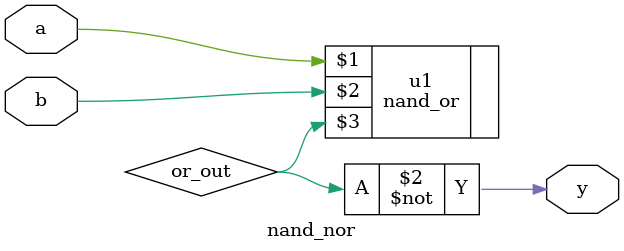
<source format=v>
module nand_nor(input a, input b, output y);
    wire or_out;
    nand_or u1(a, b, or_out);
    nand (y, or_out, or_out); // invert OR
endmodule

</source>
